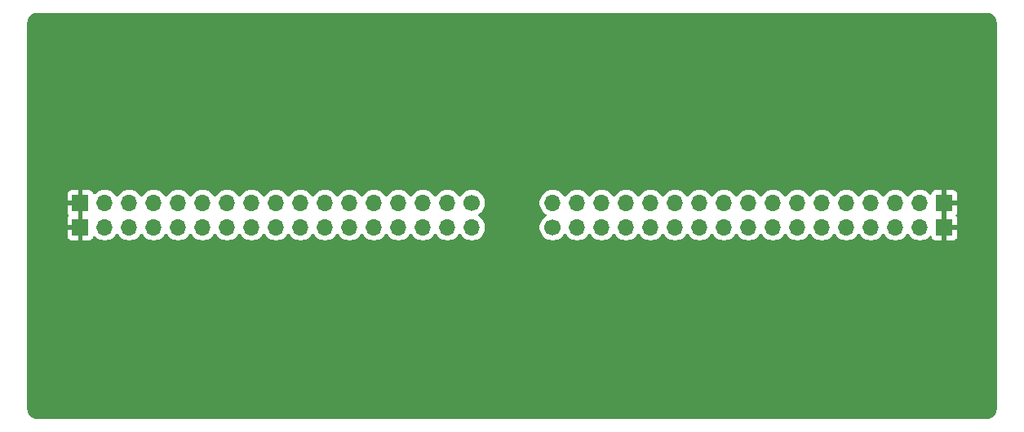
<source format=gbr>
%TF.GenerationSoftware,KiCad,Pcbnew,9.0.0*%
%TF.CreationDate,2025-03-14T15:21:30-04:00*%
%TF.ProjectId,LVDelay,4c564465-6c61-4792-9e6b-696361645f70,rev?*%
%TF.SameCoordinates,Original*%
%TF.FileFunction,Copper,L2,Inr*%
%TF.FilePolarity,Positive*%
%FSLAX46Y46*%
G04 Gerber Fmt 4.6, Leading zero omitted, Abs format (unit mm)*
G04 Created by KiCad (PCBNEW 9.0.0) date 2025-03-14 15:21:30*
%MOMM*%
%LPD*%
G01*
G04 APERTURE LIST*
%TA.AperFunction,ComponentPad*%
%ADD10C,1.700000*%
%TD*%
%TA.AperFunction,ComponentPad*%
%ADD11O,1.700000X1.700000*%
%TD*%
%TA.AperFunction,ComponentPad*%
%ADD12R,1.700000X1.700000*%
%TD*%
%TA.AperFunction,ViaPad*%
%ADD13C,0.600000*%
%TD*%
G04 APERTURE END LIST*
D10*
%TO.N,/Ch0+*%
%TO.C,J2*%
X105314830Y-73590655D03*
D11*
%TO.N,/Ch0-*%
X105314830Y-71050655D03*
%TO.N,/Ch1+*%
X107854830Y-73590655D03*
%TO.N,/Ch1-*%
X107854830Y-71050655D03*
%TO.N,/Ch2+*%
X110394830Y-73590655D03*
%TO.N,/Ch2-*%
X110394830Y-71050655D03*
%TO.N,/Ch3+*%
X112934830Y-73590655D03*
%TO.N,/Ch3-*%
X112934830Y-71050655D03*
%TO.N,/Ch4+*%
X115474830Y-73590655D03*
%TO.N,/Ch4-*%
X115474830Y-71050655D03*
%TO.N,/Ch5+*%
X118014830Y-73590655D03*
%TO.N,/Ch5-*%
X118014830Y-71050655D03*
%TO.N,/Ch6+*%
X120554830Y-73590655D03*
%TO.N,/Ch6-*%
X120554830Y-71050655D03*
%TO.N,/Ch7+*%
X123094830Y-73590655D03*
%TO.N,/Ch7-*%
X123094830Y-71050655D03*
%TO.N,/Ch8+*%
X125634830Y-73590655D03*
%TO.N,/Ch8-*%
X125634830Y-71050655D03*
%TO.N,/Ch9+*%
X128174830Y-73590655D03*
%TO.N,/Ch9-*%
X128174830Y-71050655D03*
%TO.N,/Ch10+*%
X130714830Y-73590655D03*
%TO.N,/Ch10-*%
X130714830Y-71050655D03*
%TO.N,/Ch11+*%
X133254830Y-73590655D03*
%TO.N,/Ch11-*%
X133254830Y-71050655D03*
%TO.N,/Ch12+*%
X135794830Y-73590655D03*
%TO.N,/Ch12-*%
X135794830Y-71050655D03*
%TO.N,/Ch13+*%
X138334830Y-73590655D03*
%TO.N,/Ch13-*%
X138334830Y-71050655D03*
%TO.N,/Ch14+*%
X140874830Y-73590655D03*
%TO.N,/Ch14-*%
X140874830Y-71050655D03*
%TO.N,/Ch15+*%
X143414830Y-73590655D03*
%TO.N,/Ch15-*%
X143414830Y-71050655D03*
D12*
%TO.N,GND*%
X145954830Y-73590655D03*
X145954830Y-71050655D03*
%TD*%
D10*
%TO.N,/Ch0+*%
%TO.C,J1*%
X96937830Y-71050655D03*
D11*
%TO.N,/Ch0-*%
X96937830Y-73590655D03*
%TO.N,/Ch1+*%
X94397830Y-71050655D03*
%TO.N,/Ch1-*%
X94397830Y-73590655D03*
%TO.N,/Ch2+*%
X91857830Y-71050655D03*
%TO.N,/Ch2-*%
X91857830Y-73590655D03*
%TO.N,/Ch3+*%
X89317830Y-71050655D03*
%TO.N,/Ch3-*%
X89317830Y-73590655D03*
%TO.N,/Ch4+*%
X86777830Y-71050655D03*
%TO.N,/Ch4-*%
X86777830Y-73590655D03*
%TO.N,/Ch5+*%
X84237830Y-71050655D03*
%TO.N,/Ch5-*%
X84237830Y-73590655D03*
%TO.N,/Ch6+*%
X81697830Y-71050655D03*
%TO.N,/Ch6-*%
X81697830Y-73590655D03*
%TO.N,/Ch7+*%
X79157830Y-71050655D03*
%TO.N,/Ch7-*%
X79157830Y-73590655D03*
%TO.N,/Ch8+*%
X76617830Y-71050655D03*
%TO.N,/Ch8-*%
X76617830Y-73590655D03*
%TO.N,/Ch9+*%
X74077830Y-71050655D03*
%TO.N,/Ch9-*%
X74077830Y-73590655D03*
%TO.N,/Ch10+*%
X71537830Y-71050655D03*
%TO.N,/Ch10-*%
X71537830Y-73590655D03*
%TO.N,/Ch11+*%
X68997830Y-71050655D03*
%TO.N,/Ch11-*%
X68997830Y-73590655D03*
%TO.N,/Ch12+*%
X66457830Y-71050655D03*
%TO.N,/Ch12-*%
X66457830Y-73590655D03*
%TO.N,/Ch13+*%
X63917830Y-71050655D03*
%TO.N,/Ch13-*%
X63917830Y-73590655D03*
%TO.N,/Ch14+*%
X61377830Y-71050655D03*
%TO.N,/Ch14-*%
X61377830Y-73590655D03*
%TO.N,/Ch15+*%
X58837830Y-71050655D03*
%TO.N,/Ch15-*%
X58837830Y-73590655D03*
D12*
%TO.N,GND*%
X56297830Y-71050655D03*
X56297830Y-73590655D03*
%TD*%
D13*
%TO.N,GND*%
X101346000Y-69850000D03*
X101092000Y-74168000D03*
X53340000Y-90170000D03*
X53848000Y-53340000D03*
X147320000Y-90424000D03*
X146812000Y-53594000D03*
%TD*%
%TA.AperFunction,Conductor*%
%TO.N,GND*%
G36*
X56547830Y-73157643D02*
G01*
X56490823Y-73124730D01*
X56363656Y-73090655D01*
X56232004Y-73090655D01*
X56104837Y-73124730D01*
X56047830Y-73157643D01*
X56047830Y-71483667D01*
X56104837Y-71516580D01*
X56232004Y-71550655D01*
X56363656Y-71550655D01*
X56490823Y-71516580D01*
X56547830Y-71483667D01*
X56547830Y-73157643D01*
G37*
%TD.AperFunction*%
%TA.AperFunction,Conductor*%
G36*
X146204830Y-73157643D02*
G01*
X146147823Y-73124730D01*
X146020656Y-73090655D01*
X145889004Y-73090655D01*
X145761837Y-73124730D01*
X145704830Y-73157643D01*
X145704830Y-71483667D01*
X145761837Y-71516580D01*
X145889004Y-71550655D01*
X146020656Y-71550655D01*
X146147823Y-71516580D01*
X146204830Y-71483667D01*
X146204830Y-73157643D01*
G37*
%TD.AperFunction*%
%TA.AperFunction,Conductor*%
G36*
X150373395Y-51300972D02*
G01*
X150534919Y-51315103D01*
X150556204Y-51318855D01*
X150707587Y-51359419D01*
X150727885Y-51366807D01*
X150847564Y-51422614D01*
X150869915Y-51433037D01*
X150888634Y-51443844D01*
X151017010Y-51533734D01*
X151033567Y-51547628D01*
X151144371Y-51658432D01*
X151158265Y-51674989D01*
X151248155Y-51803365D01*
X151258962Y-51822084D01*
X151325189Y-51964107D01*
X151332582Y-51984418D01*
X151373143Y-52135794D01*
X151376896Y-52157080D01*
X151391028Y-52318603D01*
X151391500Y-52329411D01*
X151391500Y-92450588D01*
X151391028Y-92461395D01*
X151391028Y-92461396D01*
X151376896Y-92622919D01*
X151373143Y-92644205D01*
X151332582Y-92795581D01*
X151325189Y-92815892D01*
X151258962Y-92957915D01*
X151248155Y-92976634D01*
X151158265Y-93105010D01*
X151144371Y-93121567D01*
X151033567Y-93232371D01*
X151017010Y-93246265D01*
X150888634Y-93336155D01*
X150869915Y-93346962D01*
X150727892Y-93413189D01*
X150707581Y-93420582D01*
X150556205Y-93461143D01*
X150534919Y-93464896D01*
X150389332Y-93477633D01*
X150373394Y-93479028D01*
X150362588Y-93479500D01*
X51821412Y-93479500D01*
X51810605Y-93479028D01*
X51792754Y-93477466D01*
X51649080Y-93464896D01*
X51627794Y-93461143D01*
X51476418Y-93420582D01*
X51456107Y-93413189D01*
X51314084Y-93346962D01*
X51295365Y-93336155D01*
X51166989Y-93246265D01*
X51150432Y-93232371D01*
X51039628Y-93121567D01*
X51025734Y-93105010D01*
X50935844Y-92976634D01*
X50925037Y-92957915D01*
X50914614Y-92935564D01*
X50858807Y-92815885D01*
X50851419Y-92795587D01*
X50810855Y-92644204D01*
X50807103Y-92622918D01*
X50792972Y-92461395D01*
X50792500Y-92450588D01*
X50792500Y-70152810D01*
X54947830Y-70152810D01*
X54947830Y-70800655D01*
X55864818Y-70800655D01*
X55831905Y-70857662D01*
X55797830Y-70984829D01*
X55797830Y-71116481D01*
X55831905Y-71243648D01*
X55864818Y-71300655D01*
X54947830Y-71300655D01*
X54947830Y-71948499D01*
X54954231Y-72008027D01*
X54954233Y-72008034D01*
X55004475Y-72142741D01*
X55004477Y-72142743D01*
X55082032Y-72246344D01*
X55106449Y-72311808D01*
X55091598Y-72380081D01*
X55082032Y-72394966D01*
X55004477Y-72498566D01*
X55004475Y-72498568D01*
X54954233Y-72633275D01*
X54954231Y-72633282D01*
X54947830Y-72692810D01*
X54947830Y-73340655D01*
X55864818Y-73340655D01*
X55831905Y-73397662D01*
X55797830Y-73524829D01*
X55797830Y-73656481D01*
X55831905Y-73783648D01*
X55864818Y-73840655D01*
X54947830Y-73840655D01*
X54947830Y-74488499D01*
X54954231Y-74548027D01*
X54954233Y-74548034D01*
X55004475Y-74682741D01*
X55004479Y-74682748D01*
X55090639Y-74797842D01*
X55090642Y-74797845D01*
X55205736Y-74884005D01*
X55205743Y-74884009D01*
X55340450Y-74934251D01*
X55340457Y-74934253D01*
X55399985Y-74940654D01*
X55400002Y-74940655D01*
X56047830Y-74940655D01*
X56047830Y-74023667D01*
X56104837Y-74056580D01*
X56232004Y-74090655D01*
X56363656Y-74090655D01*
X56490823Y-74056580D01*
X56547830Y-74023667D01*
X56547830Y-74940655D01*
X57195658Y-74940655D01*
X57195674Y-74940654D01*
X57255202Y-74934253D01*
X57255209Y-74934251D01*
X57389916Y-74884009D01*
X57389923Y-74884005D01*
X57505017Y-74797845D01*
X57505020Y-74797842D01*
X57591180Y-74682748D01*
X57591184Y-74682741D01*
X57640252Y-74551184D01*
X57682123Y-74495250D01*
X57747587Y-74470833D01*
X57815860Y-74485685D01*
X57844115Y-74506836D01*
X57958043Y-74620764D01*
X58130009Y-74745703D01*
X58130011Y-74745704D01*
X58130014Y-74745706D01*
X58319418Y-74842212D01*
X58521587Y-74907901D01*
X58731543Y-74941155D01*
X58731544Y-74941155D01*
X58944116Y-74941155D01*
X58944117Y-74941155D01*
X59154073Y-74907901D01*
X59356242Y-74842212D01*
X59545646Y-74745706D01*
X59632308Y-74682743D01*
X59717616Y-74620764D01*
X59717618Y-74620761D01*
X59717622Y-74620759D01*
X59867934Y-74470447D01*
X59867936Y-74470443D01*
X59867939Y-74470441D01*
X59992878Y-74298475D01*
X59992877Y-74298475D01*
X59992881Y-74298471D01*
X59997344Y-74289709D01*
X60045318Y-74238914D01*
X60113138Y-74222118D01*
X60179274Y-74244654D01*
X60218316Y-74289711D01*
X60222781Y-74298475D01*
X60347720Y-74470441D01*
X60498043Y-74620764D01*
X60670009Y-74745703D01*
X60670011Y-74745704D01*
X60670014Y-74745706D01*
X60859418Y-74842212D01*
X61061587Y-74907901D01*
X61271543Y-74941155D01*
X61271544Y-74941155D01*
X61484116Y-74941155D01*
X61484117Y-74941155D01*
X61694073Y-74907901D01*
X61896242Y-74842212D01*
X62085646Y-74745706D01*
X62172308Y-74682743D01*
X62257616Y-74620764D01*
X62257618Y-74620761D01*
X62257622Y-74620759D01*
X62407934Y-74470447D01*
X62407936Y-74470443D01*
X62407939Y-74470441D01*
X62532878Y-74298475D01*
X62532877Y-74298475D01*
X62532881Y-74298471D01*
X62537344Y-74289709D01*
X62585318Y-74238914D01*
X62653138Y-74222118D01*
X62719274Y-74244654D01*
X62758316Y-74289711D01*
X62762781Y-74298475D01*
X62887720Y-74470441D01*
X63038043Y-74620764D01*
X63210009Y-74745703D01*
X63210011Y-74745704D01*
X63210014Y-74745706D01*
X63399418Y-74842212D01*
X63601587Y-74907901D01*
X63811543Y-74941155D01*
X63811544Y-74941155D01*
X64024116Y-74941155D01*
X64024117Y-74941155D01*
X64234073Y-74907901D01*
X64436242Y-74842212D01*
X64625646Y-74745706D01*
X64712308Y-74682743D01*
X64797616Y-74620764D01*
X64797618Y-74620761D01*
X64797622Y-74620759D01*
X64947934Y-74470447D01*
X64947936Y-74470443D01*
X64947939Y-74470441D01*
X65072878Y-74298475D01*
X65072877Y-74298475D01*
X65072881Y-74298471D01*
X65077344Y-74289709D01*
X65125318Y-74238914D01*
X65193138Y-74222118D01*
X65259274Y-74244654D01*
X65298316Y-74289711D01*
X65302781Y-74298475D01*
X65427720Y-74470441D01*
X65578043Y-74620764D01*
X65750009Y-74745703D01*
X65750011Y-74745704D01*
X65750014Y-74745706D01*
X65939418Y-74842212D01*
X66141587Y-74907901D01*
X66351543Y-74941155D01*
X66351544Y-74941155D01*
X66564116Y-74941155D01*
X66564117Y-74941155D01*
X66774073Y-74907901D01*
X66976242Y-74842212D01*
X67165646Y-74745706D01*
X67252308Y-74682743D01*
X67337616Y-74620764D01*
X67337618Y-74620761D01*
X67337622Y-74620759D01*
X67487934Y-74470447D01*
X67487936Y-74470443D01*
X67487939Y-74470441D01*
X67612878Y-74298475D01*
X67612877Y-74298475D01*
X67612881Y-74298471D01*
X67617344Y-74289709D01*
X67665318Y-74238914D01*
X67733138Y-74222118D01*
X67799274Y-74244654D01*
X67838316Y-74289711D01*
X67842781Y-74298475D01*
X67967720Y-74470441D01*
X68118043Y-74620764D01*
X68290009Y-74745703D01*
X68290011Y-74745704D01*
X68290014Y-74745706D01*
X68479418Y-74842212D01*
X68681587Y-74907901D01*
X68891543Y-74941155D01*
X68891544Y-74941155D01*
X69104116Y-74941155D01*
X69104117Y-74941155D01*
X69314073Y-74907901D01*
X69516242Y-74842212D01*
X69705646Y-74745706D01*
X69792308Y-74682743D01*
X69877616Y-74620764D01*
X69877618Y-74620761D01*
X69877622Y-74620759D01*
X70027934Y-74470447D01*
X70027936Y-74470443D01*
X70027939Y-74470441D01*
X70152878Y-74298475D01*
X70152877Y-74298475D01*
X70152881Y-74298471D01*
X70157344Y-74289709D01*
X70205318Y-74238914D01*
X70273138Y-74222118D01*
X70339274Y-74244654D01*
X70378316Y-74289711D01*
X70382781Y-74298475D01*
X70507720Y-74470441D01*
X70658043Y-74620764D01*
X70830009Y-74745703D01*
X70830011Y-74745704D01*
X70830014Y-74745706D01*
X71019418Y-74842212D01*
X71221587Y-74907901D01*
X71431543Y-74941155D01*
X71431544Y-74941155D01*
X71644116Y-74941155D01*
X71644117Y-74941155D01*
X71854073Y-74907901D01*
X72056242Y-74842212D01*
X72245646Y-74745706D01*
X72332308Y-74682743D01*
X72417616Y-74620764D01*
X72417618Y-74620761D01*
X72417622Y-74620759D01*
X72567934Y-74470447D01*
X72567936Y-74470443D01*
X72567939Y-74470441D01*
X72692878Y-74298475D01*
X72692877Y-74298475D01*
X72692881Y-74298471D01*
X72697344Y-74289709D01*
X72745318Y-74238914D01*
X72813138Y-74222118D01*
X72879274Y-74244654D01*
X72918316Y-74289711D01*
X72922781Y-74298475D01*
X73047720Y-74470441D01*
X73198043Y-74620764D01*
X73370009Y-74745703D01*
X73370011Y-74745704D01*
X73370014Y-74745706D01*
X73559418Y-74842212D01*
X73761587Y-74907901D01*
X73971543Y-74941155D01*
X73971544Y-74941155D01*
X74184116Y-74941155D01*
X74184117Y-74941155D01*
X74394073Y-74907901D01*
X74596242Y-74842212D01*
X74785646Y-74745706D01*
X74872308Y-74682743D01*
X74957616Y-74620764D01*
X74957618Y-74620761D01*
X74957622Y-74620759D01*
X75107934Y-74470447D01*
X75107936Y-74470443D01*
X75107939Y-74470441D01*
X75232878Y-74298475D01*
X75232877Y-74298475D01*
X75232881Y-74298471D01*
X75237344Y-74289709D01*
X75285318Y-74238914D01*
X75353138Y-74222118D01*
X75419274Y-74244654D01*
X75458316Y-74289711D01*
X75462781Y-74298475D01*
X75587720Y-74470441D01*
X75738043Y-74620764D01*
X75910009Y-74745703D01*
X75910011Y-74745704D01*
X75910014Y-74745706D01*
X76099418Y-74842212D01*
X76301587Y-74907901D01*
X76511543Y-74941155D01*
X76511544Y-74941155D01*
X76724116Y-74941155D01*
X76724117Y-74941155D01*
X76934073Y-74907901D01*
X77136242Y-74842212D01*
X77325646Y-74745706D01*
X77412308Y-74682743D01*
X77497616Y-74620764D01*
X77497618Y-74620761D01*
X77497622Y-74620759D01*
X77647934Y-74470447D01*
X77647936Y-74470443D01*
X77647939Y-74470441D01*
X77772878Y-74298475D01*
X77772877Y-74298475D01*
X77772881Y-74298471D01*
X77777344Y-74289709D01*
X77825318Y-74238914D01*
X77893138Y-74222118D01*
X77959274Y-74244654D01*
X77998316Y-74289711D01*
X78002781Y-74298475D01*
X78127720Y-74470441D01*
X78278043Y-74620764D01*
X78450009Y-74745703D01*
X78450011Y-74745704D01*
X78450014Y-74745706D01*
X78639418Y-74842212D01*
X78841587Y-74907901D01*
X79051543Y-74941155D01*
X79051544Y-74941155D01*
X79264116Y-74941155D01*
X79264117Y-74941155D01*
X79474073Y-74907901D01*
X79676242Y-74842212D01*
X79865646Y-74745706D01*
X79952308Y-74682743D01*
X80037616Y-74620764D01*
X80037618Y-74620761D01*
X80037622Y-74620759D01*
X80187934Y-74470447D01*
X80187936Y-74470443D01*
X80187939Y-74470441D01*
X80312878Y-74298475D01*
X80312877Y-74298475D01*
X80312881Y-74298471D01*
X80317344Y-74289709D01*
X80365318Y-74238914D01*
X80433138Y-74222118D01*
X80499274Y-74244654D01*
X80538316Y-74289711D01*
X80542781Y-74298475D01*
X80667720Y-74470441D01*
X80818043Y-74620764D01*
X80990009Y-74745703D01*
X80990011Y-74745704D01*
X80990014Y-74745706D01*
X81179418Y-74842212D01*
X81381587Y-74907901D01*
X81591543Y-74941155D01*
X81591544Y-74941155D01*
X81804116Y-74941155D01*
X81804117Y-74941155D01*
X82014073Y-74907901D01*
X82216242Y-74842212D01*
X82405646Y-74745706D01*
X82492308Y-74682743D01*
X82577616Y-74620764D01*
X82577618Y-74620761D01*
X82577622Y-74620759D01*
X82727934Y-74470447D01*
X82727936Y-74470443D01*
X82727939Y-74470441D01*
X82852878Y-74298475D01*
X82852877Y-74298475D01*
X82852881Y-74298471D01*
X82857344Y-74289709D01*
X82905318Y-74238914D01*
X82973138Y-74222118D01*
X83039274Y-74244654D01*
X83078316Y-74289711D01*
X83082781Y-74298475D01*
X83207720Y-74470441D01*
X83358043Y-74620764D01*
X83530009Y-74745703D01*
X83530011Y-74745704D01*
X83530014Y-74745706D01*
X83719418Y-74842212D01*
X83921587Y-74907901D01*
X84131543Y-74941155D01*
X84131544Y-74941155D01*
X84344116Y-74941155D01*
X84344117Y-74941155D01*
X84554073Y-74907901D01*
X84756242Y-74842212D01*
X84945646Y-74745706D01*
X85032308Y-74682743D01*
X85117616Y-74620764D01*
X85117618Y-74620761D01*
X85117622Y-74620759D01*
X85267934Y-74470447D01*
X85267936Y-74470443D01*
X85267939Y-74470441D01*
X85392878Y-74298475D01*
X85392877Y-74298475D01*
X85392881Y-74298471D01*
X85397344Y-74289709D01*
X85445318Y-74238914D01*
X85513138Y-74222118D01*
X85579274Y-74244654D01*
X85618316Y-74289711D01*
X85622781Y-74298475D01*
X85747720Y-74470441D01*
X85898043Y-74620764D01*
X86070009Y-74745703D01*
X86070011Y-74745704D01*
X86070014Y-74745706D01*
X86259418Y-74842212D01*
X86461587Y-74907901D01*
X86671543Y-74941155D01*
X86671544Y-74941155D01*
X86884116Y-74941155D01*
X86884117Y-74941155D01*
X87094073Y-74907901D01*
X87296242Y-74842212D01*
X87485646Y-74745706D01*
X87572308Y-74682743D01*
X87657616Y-74620764D01*
X87657618Y-74620761D01*
X87657622Y-74620759D01*
X87807934Y-74470447D01*
X87807936Y-74470443D01*
X87807939Y-74470441D01*
X87932878Y-74298475D01*
X87932877Y-74298475D01*
X87932881Y-74298471D01*
X87937344Y-74289709D01*
X87985318Y-74238914D01*
X88053138Y-74222118D01*
X88119274Y-74244654D01*
X88158316Y-74289711D01*
X88162781Y-74298475D01*
X88287720Y-74470441D01*
X88438043Y-74620764D01*
X88610009Y-74745703D01*
X88610011Y-74745704D01*
X88610014Y-74745706D01*
X88799418Y-74842212D01*
X89001587Y-74907901D01*
X89211543Y-74941155D01*
X89211544Y-74941155D01*
X89424116Y-74941155D01*
X89424117Y-74941155D01*
X89634073Y-74907901D01*
X89836242Y-74842212D01*
X90025646Y-74745706D01*
X90112308Y-74682743D01*
X90197616Y-74620764D01*
X90197618Y-74620761D01*
X90197622Y-74620759D01*
X90347934Y-74470447D01*
X90347936Y-74470443D01*
X90347939Y-74470441D01*
X90472878Y-74298475D01*
X90472877Y-74298475D01*
X90472881Y-74298471D01*
X90477344Y-74289709D01*
X90525318Y-74238914D01*
X90593138Y-74222118D01*
X90659274Y-74244654D01*
X90698316Y-74289711D01*
X90702781Y-74298475D01*
X90827720Y-74470441D01*
X90978043Y-74620764D01*
X91150009Y-74745703D01*
X91150011Y-74745704D01*
X91150014Y-74745706D01*
X91339418Y-74842212D01*
X91541587Y-74907901D01*
X91751543Y-74941155D01*
X91751544Y-74941155D01*
X91964116Y-74941155D01*
X91964117Y-74941155D01*
X92174073Y-74907901D01*
X92376242Y-74842212D01*
X92565646Y-74745706D01*
X92652308Y-74682743D01*
X92737616Y-74620764D01*
X92737618Y-74620761D01*
X92737622Y-74620759D01*
X92887934Y-74470447D01*
X92887936Y-74470443D01*
X92887939Y-74470441D01*
X93012878Y-74298475D01*
X93012877Y-74298475D01*
X93012881Y-74298471D01*
X93017344Y-74289709D01*
X93065318Y-74238914D01*
X93133138Y-74222118D01*
X93199274Y-74244654D01*
X93238316Y-74289711D01*
X93242781Y-74298475D01*
X93367720Y-74470441D01*
X93518043Y-74620764D01*
X93690009Y-74745703D01*
X93690011Y-74745704D01*
X93690014Y-74745706D01*
X93879418Y-74842212D01*
X94081587Y-74907901D01*
X94291543Y-74941155D01*
X94291544Y-74941155D01*
X94504116Y-74941155D01*
X94504117Y-74941155D01*
X94714073Y-74907901D01*
X94916242Y-74842212D01*
X95105646Y-74745706D01*
X95192308Y-74682743D01*
X95277616Y-74620764D01*
X95277618Y-74620761D01*
X95277622Y-74620759D01*
X95427934Y-74470447D01*
X95427936Y-74470443D01*
X95427939Y-74470441D01*
X95552878Y-74298475D01*
X95552877Y-74298475D01*
X95552881Y-74298471D01*
X95557344Y-74289709D01*
X95605318Y-74238914D01*
X95673138Y-74222118D01*
X95739274Y-74244654D01*
X95778316Y-74289711D01*
X95782781Y-74298475D01*
X95907720Y-74470441D01*
X96058043Y-74620764D01*
X96230009Y-74745703D01*
X96230011Y-74745704D01*
X96230014Y-74745706D01*
X96419418Y-74842212D01*
X96621587Y-74907901D01*
X96831543Y-74941155D01*
X96831544Y-74941155D01*
X97044116Y-74941155D01*
X97044117Y-74941155D01*
X97254073Y-74907901D01*
X97456242Y-74842212D01*
X97645646Y-74745706D01*
X97732308Y-74682743D01*
X97817616Y-74620764D01*
X97817618Y-74620761D01*
X97817622Y-74620759D01*
X97967934Y-74470447D01*
X97967936Y-74470443D01*
X97967939Y-74470441D01*
X98092878Y-74298475D01*
X98092877Y-74298475D01*
X98092881Y-74298471D01*
X98189387Y-74109067D01*
X98255076Y-73906898D01*
X98288330Y-73696942D01*
X98288330Y-73484368D01*
X98255076Y-73274412D01*
X98189387Y-73072243D01*
X98092881Y-72882839D01*
X98092879Y-72882836D01*
X98092878Y-72882834D01*
X97967939Y-72710868D01*
X97817616Y-72560545D01*
X97645650Y-72435606D01*
X97644945Y-72435246D01*
X97636884Y-72431140D01*
X97586089Y-72383167D01*
X97569293Y-72315347D01*
X97591829Y-72249211D01*
X97636884Y-72210170D01*
X97645646Y-72205706D01*
X97667619Y-72189741D01*
X97817616Y-72080764D01*
X97817618Y-72080761D01*
X97817622Y-72080759D01*
X97967934Y-71930447D01*
X97967936Y-71930443D01*
X97967939Y-71930441D01*
X98092878Y-71758475D01*
X98092877Y-71758475D01*
X98092881Y-71758471D01*
X98189387Y-71569067D01*
X98255076Y-71366898D01*
X98288330Y-71156942D01*
X98288330Y-70944368D01*
X103964330Y-70944368D01*
X103964330Y-71156941D01*
X103997583Y-71366894D01*
X104063274Y-71569069D01*
X104159781Y-71758475D01*
X104284720Y-71930441D01*
X104435043Y-72080764D01*
X104607012Y-72205705D01*
X104615776Y-72210171D01*
X104666572Y-72258146D01*
X104683366Y-72325967D01*
X104660828Y-72392102D01*
X104615776Y-72431139D01*
X104607012Y-72435604D01*
X104435043Y-72560545D01*
X104284720Y-72710868D01*
X104159781Y-72882834D01*
X104063274Y-73072240D01*
X103997583Y-73274415D01*
X103964330Y-73484368D01*
X103964330Y-73696941D01*
X103997583Y-73906894D01*
X104063274Y-74109069D01*
X104159781Y-74298475D01*
X104284720Y-74470441D01*
X104435043Y-74620764D01*
X104607009Y-74745703D01*
X104607011Y-74745704D01*
X104607014Y-74745706D01*
X104796418Y-74842212D01*
X104998587Y-74907901D01*
X105208543Y-74941155D01*
X105208544Y-74941155D01*
X105421116Y-74941155D01*
X105421117Y-74941155D01*
X105631073Y-74907901D01*
X105833242Y-74842212D01*
X106022646Y-74745706D01*
X106109308Y-74682743D01*
X106194616Y-74620764D01*
X106194618Y-74620761D01*
X106194622Y-74620759D01*
X106344934Y-74470447D01*
X106344936Y-74470443D01*
X106344939Y-74470441D01*
X106469878Y-74298475D01*
X106469877Y-74298475D01*
X106469881Y-74298471D01*
X106474344Y-74289709D01*
X106522318Y-74238914D01*
X106590138Y-74222118D01*
X106656274Y-74244654D01*
X106695316Y-74289711D01*
X106699781Y-74298475D01*
X106824720Y-74470441D01*
X106975043Y-74620764D01*
X107147009Y-74745703D01*
X107147011Y-74745704D01*
X107147014Y-74745706D01*
X107336418Y-74842212D01*
X107538587Y-74907901D01*
X107748543Y-74941155D01*
X107748544Y-74941155D01*
X107961116Y-74941155D01*
X107961117Y-74941155D01*
X108171073Y-74907901D01*
X108373242Y-74842212D01*
X108562646Y-74745706D01*
X108649308Y-74682743D01*
X108734616Y-74620764D01*
X108734618Y-74620761D01*
X108734622Y-74620759D01*
X108884934Y-74470447D01*
X108884936Y-74470443D01*
X108884939Y-74470441D01*
X109009878Y-74298475D01*
X109009877Y-74298475D01*
X109009881Y-74298471D01*
X109014344Y-74289709D01*
X109062318Y-74238914D01*
X109130138Y-74222118D01*
X109196274Y-74244654D01*
X109235316Y-74289711D01*
X109239781Y-74298475D01*
X109364720Y-74470441D01*
X109515043Y-74620764D01*
X109687009Y-74745703D01*
X109687011Y-74745704D01*
X109687014Y-74745706D01*
X109876418Y-74842212D01*
X110078587Y-74907901D01*
X110288543Y-74941155D01*
X110288544Y-74941155D01*
X110501116Y-74941155D01*
X110501117Y-74941155D01*
X110711073Y-74907901D01*
X110913242Y-74842212D01*
X111102646Y-74745706D01*
X111189308Y-74682743D01*
X111274616Y-74620764D01*
X111274618Y-74620761D01*
X111274622Y-74620759D01*
X111424934Y-74470447D01*
X111424936Y-74470443D01*
X111424939Y-74470441D01*
X111549878Y-74298475D01*
X111549877Y-74298475D01*
X111549881Y-74298471D01*
X111554344Y-74289709D01*
X111602318Y-74238914D01*
X111670138Y-74222118D01*
X111736274Y-74244654D01*
X111775316Y-74289711D01*
X111779781Y-74298475D01*
X111904720Y-74470441D01*
X112055043Y-74620764D01*
X112227009Y-74745703D01*
X112227011Y-74745704D01*
X112227014Y-74745706D01*
X112416418Y-74842212D01*
X112618587Y-74907901D01*
X112828543Y-74941155D01*
X112828544Y-74941155D01*
X113041116Y-74941155D01*
X113041117Y-74941155D01*
X113251073Y-74907901D01*
X113453242Y-74842212D01*
X113642646Y-74745706D01*
X113729308Y-74682743D01*
X113814616Y-74620764D01*
X113814618Y-74620761D01*
X113814622Y-74620759D01*
X113964934Y-74470447D01*
X113964936Y-74470443D01*
X113964939Y-74470441D01*
X114089878Y-74298475D01*
X114089877Y-74298475D01*
X114089881Y-74298471D01*
X114094344Y-74289709D01*
X114142318Y-74238914D01*
X114210138Y-74222118D01*
X114276274Y-74244654D01*
X114315316Y-74289711D01*
X114319781Y-74298475D01*
X114444720Y-74470441D01*
X114595043Y-74620764D01*
X114767009Y-74745703D01*
X114767011Y-74745704D01*
X114767014Y-74745706D01*
X114956418Y-74842212D01*
X115158587Y-74907901D01*
X115368543Y-74941155D01*
X115368544Y-74941155D01*
X115581116Y-74941155D01*
X115581117Y-74941155D01*
X115791073Y-74907901D01*
X115993242Y-74842212D01*
X116182646Y-74745706D01*
X116269308Y-74682743D01*
X116354616Y-74620764D01*
X116354618Y-74620761D01*
X116354622Y-74620759D01*
X116504934Y-74470447D01*
X116504936Y-74470443D01*
X116504939Y-74470441D01*
X116629878Y-74298475D01*
X116629877Y-74298475D01*
X116629881Y-74298471D01*
X116634344Y-74289709D01*
X116682318Y-74238914D01*
X116750138Y-74222118D01*
X116816274Y-74244654D01*
X116855316Y-74289711D01*
X116859781Y-74298475D01*
X116984720Y-74470441D01*
X117135043Y-74620764D01*
X117307009Y-74745703D01*
X117307011Y-74745704D01*
X117307014Y-74745706D01*
X117496418Y-74842212D01*
X117698587Y-74907901D01*
X117908543Y-74941155D01*
X117908544Y-74941155D01*
X118121116Y-74941155D01*
X118121117Y-74941155D01*
X118331073Y-74907901D01*
X118533242Y-74842212D01*
X118722646Y-74745706D01*
X118809308Y-74682743D01*
X118894616Y-74620764D01*
X118894618Y-74620761D01*
X118894622Y-74620759D01*
X119044934Y-74470447D01*
X119044936Y-74470443D01*
X119044939Y-74470441D01*
X119169878Y-74298475D01*
X119169877Y-74298475D01*
X119169881Y-74298471D01*
X119174344Y-74289709D01*
X119222318Y-74238914D01*
X119290138Y-74222118D01*
X119356274Y-74244654D01*
X119395316Y-74289711D01*
X119399781Y-74298475D01*
X119524720Y-74470441D01*
X119675043Y-74620764D01*
X119847009Y-74745703D01*
X119847011Y-74745704D01*
X119847014Y-74745706D01*
X120036418Y-74842212D01*
X120238587Y-74907901D01*
X120448543Y-74941155D01*
X120448544Y-74941155D01*
X120661116Y-74941155D01*
X120661117Y-74941155D01*
X120871073Y-74907901D01*
X121073242Y-74842212D01*
X121262646Y-74745706D01*
X121349308Y-74682743D01*
X121434616Y-74620764D01*
X121434618Y-74620761D01*
X121434622Y-74620759D01*
X121584934Y-74470447D01*
X121584936Y-74470443D01*
X121584939Y-74470441D01*
X121709878Y-74298475D01*
X121709877Y-74298475D01*
X121709881Y-74298471D01*
X121714344Y-74289709D01*
X121762318Y-74238914D01*
X121830138Y-74222118D01*
X121896274Y-74244654D01*
X121935316Y-74289711D01*
X121939781Y-74298475D01*
X122064720Y-74470441D01*
X122215043Y-74620764D01*
X122387009Y-74745703D01*
X122387011Y-74745704D01*
X122387014Y-74745706D01*
X122576418Y-74842212D01*
X122778587Y-74907901D01*
X122988543Y-74941155D01*
X122988544Y-74941155D01*
X123201116Y-74941155D01*
X123201117Y-74941155D01*
X123411073Y-74907901D01*
X123613242Y-74842212D01*
X123802646Y-74745706D01*
X123889308Y-74682743D01*
X123974616Y-74620764D01*
X123974618Y-74620761D01*
X123974622Y-74620759D01*
X124124934Y-74470447D01*
X124124936Y-74470443D01*
X124124939Y-74470441D01*
X124249878Y-74298475D01*
X124249877Y-74298475D01*
X124249881Y-74298471D01*
X124254344Y-74289709D01*
X124302318Y-74238914D01*
X124370138Y-74222118D01*
X124436274Y-74244654D01*
X124475316Y-74289711D01*
X124479781Y-74298475D01*
X124604720Y-74470441D01*
X124755043Y-74620764D01*
X124927009Y-74745703D01*
X124927011Y-74745704D01*
X124927014Y-74745706D01*
X125116418Y-74842212D01*
X125318587Y-74907901D01*
X125528543Y-74941155D01*
X125528544Y-74941155D01*
X125741116Y-74941155D01*
X125741117Y-74941155D01*
X125951073Y-74907901D01*
X126153242Y-74842212D01*
X126342646Y-74745706D01*
X126429308Y-74682743D01*
X126514616Y-74620764D01*
X126514618Y-74620761D01*
X126514622Y-74620759D01*
X126664934Y-74470447D01*
X126664936Y-74470443D01*
X126664939Y-74470441D01*
X126789878Y-74298475D01*
X126789877Y-74298475D01*
X126789881Y-74298471D01*
X126794344Y-74289709D01*
X126842318Y-74238914D01*
X126910138Y-74222118D01*
X126976274Y-74244654D01*
X127015316Y-74289711D01*
X127019781Y-74298475D01*
X127144720Y-74470441D01*
X127295043Y-74620764D01*
X127467009Y-74745703D01*
X127467011Y-74745704D01*
X127467014Y-74745706D01*
X127656418Y-74842212D01*
X127858587Y-74907901D01*
X128068543Y-74941155D01*
X128068544Y-74941155D01*
X128281116Y-74941155D01*
X128281117Y-74941155D01*
X128491073Y-74907901D01*
X128693242Y-74842212D01*
X128882646Y-74745706D01*
X128969308Y-74682743D01*
X129054616Y-74620764D01*
X129054618Y-74620761D01*
X129054622Y-74620759D01*
X129204934Y-74470447D01*
X129204936Y-74470443D01*
X129204939Y-74470441D01*
X129329878Y-74298475D01*
X129329877Y-74298475D01*
X129329881Y-74298471D01*
X129334344Y-74289709D01*
X129382318Y-74238914D01*
X129450138Y-74222118D01*
X129516274Y-74244654D01*
X129555316Y-74289711D01*
X129559781Y-74298475D01*
X129684720Y-74470441D01*
X129835043Y-74620764D01*
X130007009Y-74745703D01*
X130007011Y-74745704D01*
X130007014Y-74745706D01*
X130196418Y-74842212D01*
X130398587Y-74907901D01*
X130608543Y-74941155D01*
X130608544Y-74941155D01*
X130821116Y-74941155D01*
X130821117Y-74941155D01*
X131031073Y-74907901D01*
X131233242Y-74842212D01*
X131422646Y-74745706D01*
X131509308Y-74682743D01*
X131594616Y-74620764D01*
X131594618Y-74620761D01*
X131594622Y-74620759D01*
X131744934Y-74470447D01*
X131744936Y-74470443D01*
X131744939Y-74470441D01*
X131869878Y-74298475D01*
X131869877Y-74298475D01*
X131869881Y-74298471D01*
X131874344Y-74289709D01*
X131922318Y-74238914D01*
X131990138Y-74222118D01*
X132056274Y-74244654D01*
X132095316Y-74289711D01*
X132099781Y-74298475D01*
X132224720Y-74470441D01*
X132375043Y-74620764D01*
X132547009Y-74745703D01*
X132547011Y-74745704D01*
X132547014Y-74745706D01*
X132736418Y-74842212D01*
X132938587Y-74907901D01*
X133148543Y-74941155D01*
X133148544Y-74941155D01*
X133361116Y-74941155D01*
X133361117Y-74941155D01*
X133571073Y-74907901D01*
X133773242Y-74842212D01*
X133962646Y-74745706D01*
X134049308Y-74682743D01*
X134134616Y-74620764D01*
X134134618Y-74620761D01*
X134134622Y-74620759D01*
X134284934Y-74470447D01*
X134284936Y-74470443D01*
X134284939Y-74470441D01*
X134409878Y-74298475D01*
X134409877Y-74298475D01*
X134409881Y-74298471D01*
X134414344Y-74289709D01*
X134462318Y-74238914D01*
X134530138Y-74222118D01*
X134596274Y-74244654D01*
X134635316Y-74289711D01*
X134639781Y-74298475D01*
X134764720Y-74470441D01*
X134915043Y-74620764D01*
X135087009Y-74745703D01*
X135087011Y-74745704D01*
X135087014Y-74745706D01*
X135276418Y-74842212D01*
X135478587Y-74907901D01*
X135688543Y-74941155D01*
X135688544Y-74941155D01*
X135901116Y-74941155D01*
X135901117Y-74941155D01*
X136111073Y-74907901D01*
X136313242Y-74842212D01*
X136502646Y-74745706D01*
X136589308Y-74682743D01*
X136674616Y-74620764D01*
X136674618Y-74620761D01*
X136674622Y-74620759D01*
X136824934Y-74470447D01*
X136824936Y-74470443D01*
X136824939Y-74470441D01*
X136949878Y-74298475D01*
X136949877Y-74298475D01*
X136949881Y-74298471D01*
X136954344Y-74289709D01*
X137002318Y-74238914D01*
X137070138Y-74222118D01*
X137136274Y-74244654D01*
X137175316Y-74289711D01*
X137179781Y-74298475D01*
X137304720Y-74470441D01*
X137455043Y-74620764D01*
X137627009Y-74745703D01*
X137627011Y-74745704D01*
X137627014Y-74745706D01*
X137816418Y-74842212D01*
X138018587Y-74907901D01*
X138228543Y-74941155D01*
X138228544Y-74941155D01*
X138441116Y-74941155D01*
X138441117Y-74941155D01*
X138651073Y-74907901D01*
X138853242Y-74842212D01*
X139042646Y-74745706D01*
X139129308Y-74682743D01*
X139214616Y-74620764D01*
X139214618Y-74620761D01*
X139214622Y-74620759D01*
X139364934Y-74470447D01*
X139364936Y-74470443D01*
X139364939Y-74470441D01*
X139489878Y-74298475D01*
X139489877Y-74298475D01*
X139489881Y-74298471D01*
X139494344Y-74289709D01*
X139542318Y-74238914D01*
X139610138Y-74222118D01*
X139676274Y-74244654D01*
X139715316Y-74289711D01*
X139719781Y-74298475D01*
X139844720Y-74470441D01*
X139995043Y-74620764D01*
X140167009Y-74745703D01*
X140167011Y-74745704D01*
X140167014Y-74745706D01*
X140356418Y-74842212D01*
X140558587Y-74907901D01*
X140768543Y-74941155D01*
X140768544Y-74941155D01*
X140981116Y-74941155D01*
X140981117Y-74941155D01*
X141191073Y-74907901D01*
X141393242Y-74842212D01*
X141582646Y-74745706D01*
X141669308Y-74682743D01*
X141754616Y-74620764D01*
X141754618Y-74620761D01*
X141754622Y-74620759D01*
X141904934Y-74470447D01*
X141904936Y-74470443D01*
X141904939Y-74470441D01*
X142029878Y-74298475D01*
X142029877Y-74298475D01*
X142029881Y-74298471D01*
X142034344Y-74289709D01*
X142082318Y-74238914D01*
X142150138Y-74222118D01*
X142216274Y-74244654D01*
X142255316Y-74289711D01*
X142259781Y-74298475D01*
X142384720Y-74470441D01*
X142535043Y-74620764D01*
X142707009Y-74745703D01*
X142707011Y-74745704D01*
X142707014Y-74745706D01*
X142896418Y-74842212D01*
X143098587Y-74907901D01*
X143308543Y-74941155D01*
X143308544Y-74941155D01*
X143521116Y-74941155D01*
X143521117Y-74941155D01*
X143731073Y-74907901D01*
X143933242Y-74842212D01*
X144122646Y-74745706D01*
X144209308Y-74682743D01*
X144294614Y-74620765D01*
X144294614Y-74620764D01*
X144294622Y-74620759D01*
X144408547Y-74506833D01*
X144469866Y-74473351D01*
X144539558Y-74478335D01*
X144595492Y-74520206D01*
X144612407Y-74551183D01*
X144661476Y-74682743D01*
X144661479Y-74682748D01*
X144747639Y-74797842D01*
X144747642Y-74797845D01*
X144862736Y-74884005D01*
X144862743Y-74884009D01*
X144997450Y-74934251D01*
X144997457Y-74934253D01*
X145056985Y-74940654D01*
X145057002Y-74940655D01*
X145704830Y-74940655D01*
X145704830Y-74023667D01*
X145761837Y-74056580D01*
X145889004Y-74090655D01*
X146020656Y-74090655D01*
X146147823Y-74056580D01*
X146204830Y-74023667D01*
X146204830Y-74940655D01*
X146852658Y-74940655D01*
X146852674Y-74940654D01*
X146912202Y-74934253D01*
X146912209Y-74934251D01*
X147046916Y-74884009D01*
X147046923Y-74884005D01*
X147162017Y-74797845D01*
X147162020Y-74797842D01*
X147248180Y-74682748D01*
X147248184Y-74682741D01*
X147298426Y-74548034D01*
X147298428Y-74548027D01*
X147304829Y-74488499D01*
X147304830Y-74488482D01*
X147304830Y-73840655D01*
X146387842Y-73840655D01*
X146420755Y-73783648D01*
X146454830Y-73656481D01*
X146454830Y-73524829D01*
X146420755Y-73397662D01*
X146387842Y-73340655D01*
X147304830Y-73340655D01*
X147304830Y-72692827D01*
X147304829Y-72692810D01*
X147298428Y-72633282D01*
X147298426Y-72633275D01*
X147248184Y-72498568D01*
X147248182Y-72498565D01*
X147170628Y-72394967D01*
X147146210Y-72329503D01*
X147161061Y-72261229D01*
X147170628Y-72246343D01*
X147248182Y-72142744D01*
X147248184Y-72142741D01*
X147298426Y-72008034D01*
X147298428Y-72008027D01*
X147304829Y-71948499D01*
X147304830Y-71948482D01*
X147304830Y-71300655D01*
X146387842Y-71300655D01*
X146420755Y-71243648D01*
X146454830Y-71116481D01*
X146454830Y-70984829D01*
X146420755Y-70857662D01*
X146387842Y-70800655D01*
X147304830Y-70800655D01*
X147304830Y-70152827D01*
X147304829Y-70152810D01*
X147298428Y-70093282D01*
X147298426Y-70093275D01*
X147248184Y-69958568D01*
X147248180Y-69958561D01*
X147162020Y-69843467D01*
X147162017Y-69843464D01*
X147046923Y-69757304D01*
X147046916Y-69757300D01*
X146912209Y-69707058D01*
X146912202Y-69707056D01*
X146852674Y-69700655D01*
X146204830Y-69700655D01*
X146204830Y-70617643D01*
X146147823Y-70584730D01*
X146020656Y-70550655D01*
X145889004Y-70550655D01*
X145761837Y-70584730D01*
X145704830Y-70617643D01*
X145704830Y-69700655D01*
X145056985Y-69700655D01*
X144997457Y-69707056D01*
X144997450Y-69707058D01*
X144862743Y-69757300D01*
X144862736Y-69757304D01*
X144747642Y-69843464D01*
X144747639Y-69843467D01*
X144661479Y-69958561D01*
X144661476Y-69958567D01*
X144612407Y-70090126D01*
X144570535Y-70146059D01*
X144505071Y-70170476D01*
X144436798Y-70155624D01*
X144408544Y-70134473D01*
X144294616Y-70020545D01*
X144122650Y-69895606D01*
X143933244Y-69799099D01*
X143933243Y-69799098D01*
X143933242Y-69799098D01*
X143731073Y-69733409D01*
X143731071Y-69733408D01*
X143731070Y-69733408D01*
X143569787Y-69707863D01*
X143521117Y-69700155D01*
X143308543Y-69700155D01*
X143259872Y-69707863D01*
X143098590Y-69733408D01*
X142896415Y-69799099D01*
X142707009Y-69895606D01*
X142535043Y-70020545D01*
X142384720Y-70170868D01*
X142259779Y-70342837D01*
X142255314Y-70351601D01*
X142207339Y-70402397D01*
X142139518Y-70419191D01*
X142073383Y-70396653D01*
X142034346Y-70351601D01*
X142029880Y-70342837D01*
X141904939Y-70170868D01*
X141754616Y-70020545D01*
X141582650Y-69895606D01*
X141393244Y-69799099D01*
X141393243Y-69799098D01*
X141393242Y-69799098D01*
X141191073Y-69733409D01*
X141191071Y-69733408D01*
X141191070Y-69733408D01*
X141029787Y-69707863D01*
X140981117Y-69700155D01*
X140768543Y-69700155D01*
X140719872Y-69707863D01*
X140558590Y-69733408D01*
X140356415Y-69799099D01*
X140167009Y-69895606D01*
X139995043Y-70020545D01*
X139844720Y-70170868D01*
X139719779Y-70342837D01*
X139715314Y-70351601D01*
X139667339Y-70402397D01*
X139599518Y-70419191D01*
X139533383Y-70396653D01*
X139494346Y-70351601D01*
X139489880Y-70342837D01*
X139364939Y-70170868D01*
X139214616Y-70020545D01*
X139042650Y-69895606D01*
X138853244Y-69799099D01*
X138853243Y-69799098D01*
X138853242Y-69799098D01*
X138651073Y-69733409D01*
X138651071Y-69733408D01*
X138651070Y-69733408D01*
X138489787Y-69707863D01*
X138441117Y-69700155D01*
X138228543Y-69700155D01*
X138179872Y-69707863D01*
X138018590Y-69733408D01*
X137816415Y-69799099D01*
X137627009Y-69895606D01*
X137455043Y-70020545D01*
X137304720Y-70170868D01*
X137179779Y-70342837D01*
X137175314Y-70351601D01*
X137127339Y-70402397D01*
X137059518Y-70419191D01*
X136993383Y-70396653D01*
X136954346Y-70351601D01*
X136949880Y-70342837D01*
X136824939Y-70170868D01*
X136674616Y-70020545D01*
X136502650Y-69895606D01*
X136313244Y-69799099D01*
X136313243Y-69799098D01*
X136313242Y-69799098D01*
X136111073Y-69733409D01*
X136111071Y-69733408D01*
X136111070Y-69733408D01*
X135949787Y-69707863D01*
X135901117Y-69700155D01*
X135688543Y-69700155D01*
X135639872Y-69707863D01*
X135478590Y-69733408D01*
X135276415Y-69799099D01*
X135087009Y-69895606D01*
X134915043Y-70020545D01*
X134764720Y-70170868D01*
X134639779Y-70342837D01*
X134635314Y-70351601D01*
X134587339Y-70402397D01*
X134519518Y-70419191D01*
X134453383Y-70396653D01*
X134414346Y-70351601D01*
X134409880Y-70342837D01*
X134284939Y-70170868D01*
X134134616Y-70020545D01*
X133962650Y-69895606D01*
X133773244Y-69799099D01*
X133773243Y-69799098D01*
X133773242Y-69799098D01*
X133571073Y-69733409D01*
X133571071Y-69733408D01*
X133571070Y-69733408D01*
X133409787Y-69707863D01*
X133361117Y-69700155D01*
X133148543Y-69700155D01*
X133099872Y-69707863D01*
X132938590Y-69733408D01*
X132736415Y-69799099D01*
X132547009Y-69895606D01*
X132375043Y-70020545D01*
X132224720Y-70170868D01*
X132099779Y-70342837D01*
X132095314Y-70351601D01*
X132047339Y-70402397D01*
X131979518Y-70419191D01*
X131913383Y-70396653D01*
X131874346Y-70351601D01*
X131869880Y-70342837D01*
X131744939Y-70170868D01*
X131594616Y-70020545D01*
X131422650Y-69895606D01*
X131233244Y-69799099D01*
X131233243Y-69799098D01*
X131233242Y-69799098D01*
X131031073Y-69733409D01*
X131031071Y-69733408D01*
X131031070Y-69733408D01*
X130869787Y-69707863D01*
X130821117Y-69700155D01*
X130608543Y-69700155D01*
X130559872Y-69707863D01*
X130398590Y-69733408D01*
X130196415Y-69799099D01*
X130007009Y-69895606D01*
X129835043Y-70020545D01*
X129684720Y-70170868D01*
X129559779Y-70342837D01*
X129555314Y-70351601D01*
X129507339Y-70402397D01*
X129439518Y-70419191D01*
X129373383Y-70396653D01*
X129334346Y-70351601D01*
X129329880Y-70342837D01*
X129204939Y-70170868D01*
X129054616Y-70020545D01*
X128882650Y-69895606D01*
X128693244Y-69799099D01*
X128693243Y-69799098D01*
X128693242Y-69799098D01*
X128491073Y-69733409D01*
X128491071Y-69733408D01*
X128491070Y-69733408D01*
X128329787Y-69707863D01*
X128281117Y-69700155D01*
X128068543Y-69700155D01*
X128019872Y-69707863D01*
X127858590Y-69733408D01*
X127656415Y-69799099D01*
X127467009Y-69895606D01*
X127295043Y-70020545D01*
X127144720Y-70170868D01*
X127019779Y-70342837D01*
X127015314Y-70351601D01*
X126967339Y-70402397D01*
X126899518Y-70419191D01*
X126833383Y-70396653D01*
X126794346Y-70351601D01*
X126789880Y-70342837D01*
X126664939Y-70170868D01*
X126514616Y-70020545D01*
X126342650Y-69895606D01*
X126153244Y-69799099D01*
X126153243Y-69799098D01*
X126153242Y-69799098D01*
X125951073Y-69733409D01*
X125951071Y-69733408D01*
X125951070Y-69733408D01*
X125789787Y-69707863D01*
X125741117Y-69700155D01*
X125528543Y-69700155D01*
X125479872Y-69707863D01*
X125318590Y-69733408D01*
X125116415Y-69799099D01*
X124927009Y-69895606D01*
X124755043Y-70020545D01*
X124604720Y-70170868D01*
X124479779Y-70342837D01*
X124475314Y-70351601D01*
X124427339Y-70402397D01*
X124359518Y-70419191D01*
X124293383Y-70396653D01*
X124254346Y-70351601D01*
X124249880Y-70342837D01*
X124124939Y-70170868D01*
X123974616Y-70020545D01*
X123802650Y-69895606D01*
X123613244Y-69799099D01*
X123613243Y-69799098D01*
X123613242Y-69799098D01*
X123411073Y-69733409D01*
X123411071Y-69733408D01*
X123411070Y-69733408D01*
X123249787Y-69707863D01*
X123201117Y-69700155D01*
X122988543Y-69700155D01*
X122939872Y-69707863D01*
X122778590Y-69733408D01*
X122576415Y-69799099D01*
X122387009Y-69895606D01*
X122215043Y-70020545D01*
X122064720Y-70170868D01*
X121939779Y-70342837D01*
X121935314Y-70351601D01*
X121887339Y-70402397D01*
X121819518Y-70419191D01*
X121753383Y-70396653D01*
X121714346Y-70351601D01*
X121709880Y-70342837D01*
X121584939Y-70170868D01*
X121434616Y-70020545D01*
X121262650Y-69895606D01*
X121073244Y-69799099D01*
X121073243Y-69799098D01*
X121073242Y-69799098D01*
X120871073Y-69733409D01*
X120871071Y-69733408D01*
X120871070Y-69733408D01*
X120709787Y-69707863D01*
X120661117Y-69700155D01*
X120448543Y-69700155D01*
X120399872Y-69707863D01*
X120238590Y-69733408D01*
X120036415Y-69799099D01*
X119847009Y-69895606D01*
X119675043Y-70020545D01*
X119524720Y-70170868D01*
X119399779Y-70342837D01*
X119395314Y-70351601D01*
X119347339Y-70402397D01*
X119279518Y-70419191D01*
X119213383Y-70396653D01*
X119174346Y-70351601D01*
X119169880Y-70342837D01*
X119044939Y-70170868D01*
X118894616Y-70020545D01*
X118722650Y-69895606D01*
X118533244Y-69799099D01*
X118533243Y-69799098D01*
X118533242Y-69799098D01*
X118331073Y-69733409D01*
X118331071Y-69733408D01*
X118331070Y-69733408D01*
X118169787Y-69707863D01*
X118121117Y-69700155D01*
X117908543Y-69700155D01*
X117859872Y-69707863D01*
X117698590Y-69733408D01*
X117496415Y-69799099D01*
X117307009Y-69895606D01*
X117135043Y-70020545D01*
X116984720Y-70170868D01*
X116859779Y-70342837D01*
X116855314Y-70351601D01*
X116807339Y-70402397D01*
X116739518Y-70419191D01*
X116673383Y-70396653D01*
X116634346Y-70351601D01*
X116629880Y-70342837D01*
X116504939Y-70170868D01*
X116354616Y-70020545D01*
X116182650Y-69895606D01*
X115993244Y-69799099D01*
X115993243Y-69799098D01*
X115993242Y-69799098D01*
X115791073Y-69733409D01*
X115791071Y-69733408D01*
X115791070Y-69733408D01*
X115629787Y-69707863D01*
X115581117Y-69700155D01*
X115368543Y-69700155D01*
X115319872Y-69707863D01*
X115158590Y-69733408D01*
X114956415Y-69799099D01*
X114767009Y-69895606D01*
X114595043Y-70020545D01*
X114444720Y-70170868D01*
X114319779Y-70342837D01*
X114315314Y-70351601D01*
X114267339Y-70402397D01*
X114199518Y-70419191D01*
X114133383Y-70396653D01*
X114094346Y-70351601D01*
X114089880Y-70342837D01*
X113964939Y-70170868D01*
X113814616Y-70020545D01*
X113642650Y-69895606D01*
X113453244Y-69799099D01*
X113453243Y-69799098D01*
X113453242Y-69799098D01*
X113251073Y-69733409D01*
X113251071Y-69733408D01*
X113251070Y-69733408D01*
X113089787Y-69707863D01*
X113041117Y-69700155D01*
X112828543Y-69700155D01*
X112779872Y-69707863D01*
X112618590Y-69733408D01*
X112416415Y-69799099D01*
X112227009Y-69895606D01*
X112055043Y-70020545D01*
X111904720Y-70170868D01*
X111779779Y-70342837D01*
X111775314Y-70351601D01*
X111727339Y-70402397D01*
X111659518Y-70419191D01*
X111593383Y-70396653D01*
X111554346Y-70351601D01*
X111549880Y-70342837D01*
X111424939Y-70170868D01*
X111274616Y-70020545D01*
X111102650Y-69895606D01*
X110913244Y-69799099D01*
X110913243Y-69799098D01*
X110913242Y-69799098D01*
X110711073Y-69733409D01*
X110711071Y-69733408D01*
X110711070Y-69733408D01*
X110549787Y-69707863D01*
X110501117Y-69700155D01*
X110288543Y-69700155D01*
X110239872Y-69707863D01*
X110078590Y-69733408D01*
X109876415Y-69799099D01*
X109687009Y-69895606D01*
X109515043Y-70020545D01*
X109364720Y-70170868D01*
X109239779Y-70342837D01*
X109235314Y-70351601D01*
X109187339Y-70402397D01*
X109119518Y-70419191D01*
X109053383Y-70396653D01*
X109014346Y-70351601D01*
X109009880Y-70342837D01*
X108884939Y-70170868D01*
X108734616Y-70020545D01*
X108562650Y-69895606D01*
X108373244Y-69799099D01*
X108373243Y-69799098D01*
X108373242Y-69799098D01*
X108171073Y-69733409D01*
X108171071Y-69733408D01*
X108171070Y-69733408D01*
X108009787Y-69707863D01*
X107961117Y-69700155D01*
X107748543Y-69700155D01*
X107699872Y-69707863D01*
X107538590Y-69733408D01*
X107336415Y-69799099D01*
X107147009Y-69895606D01*
X106975043Y-70020545D01*
X106824720Y-70170868D01*
X106699779Y-70342837D01*
X106695314Y-70351601D01*
X106647339Y-70402397D01*
X106579518Y-70419191D01*
X106513383Y-70396653D01*
X106474346Y-70351601D01*
X106469880Y-70342837D01*
X106344939Y-70170868D01*
X106194616Y-70020545D01*
X106022650Y-69895606D01*
X105833244Y-69799099D01*
X105833243Y-69799098D01*
X105833242Y-69799098D01*
X105631073Y-69733409D01*
X105631071Y-69733408D01*
X105631070Y-69733408D01*
X105469787Y-69707863D01*
X105421117Y-69700155D01*
X105208543Y-69700155D01*
X105159872Y-69707863D01*
X104998590Y-69733408D01*
X104796415Y-69799099D01*
X104607009Y-69895606D01*
X104435043Y-70020545D01*
X104284720Y-70170868D01*
X104159781Y-70342834D01*
X104063274Y-70532240D01*
X103997583Y-70734415D01*
X103964330Y-70944368D01*
X98288330Y-70944368D01*
X98255076Y-70734412D01*
X98189387Y-70532243D01*
X98092881Y-70342839D01*
X98092879Y-70342836D01*
X98092878Y-70342834D01*
X97967939Y-70170868D01*
X97817616Y-70020545D01*
X97645650Y-69895606D01*
X97456244Y-69799099D01*
X97456243Y-69799098D01*
X97456242Y-69799098D01*
X97254073Y-69733409D01*
X97254071Y-69733408D01*
X97254070Y-69733408D01*
X97092787Y-69707863D01*
X97044117Y-69700155D01*
X96831543Y-69700155D01*
X96782872Y-69707863D01*
X96621590Y-69733408D01*
X96419415Y-69799099D01*
X96230009Y-69895606D01*
X96058043Y-70020545D01*
X95907720Y-70170868D01*
X95782779Y-70342837D01*
X95778314Y-70351601D01*
X95730339Y-70402397D01*
X95662518Y-70419191D01*
X95596383Y-70396653D01*
X95557346Y-70351601D01*
X95552880Y-70342837D01*
X95427939Y-70170868D01*
X95277616Y-70020545D01*
X95105650Y-69895606D01*
X94916244Y-69799099D01*
X94916243Y-69799098D01*
X94916242Y-69799098D01*
X94714073Y-69733409D01*
X94714071Y-69733408D01*
X94714070Y-69733408D01*
X94552787Y-69707863D01*
X94504117Y-69700155D01*
X94291543Y-69700155D01*
X94242872Y-69707863D01*
X94081590Y-69733408D01*
X93879415Y-69799099D01*
X93690009Y-69895606D01*
X93518043Y-70020545D01*
X93367720Y-70170868D01*
X93242779Y-70342837D01*
X93238314Y-70351601D01*
X93190339Y-70402397D01*
X93122518Y-70419191D01*
X93056383Y-70396653D01*
X93017346Y-70351601D01*
X93012880Y-70342837D01*
X92887939Y-70170868D01*
X92737616Y-70020545D01*
X92565650Y-69895606D01*
X92376244Y-69799099D01*
X92376243Y-69799098D01*
X92376242Y-69799098D01*
X92174073Y-69733409D01*
X92174071Y-69733408D01*
X92174070Y-69733408D01*
X92012787Y-69707863D01*
X91964117Y-69700155D01*
X91751543Y-69700155D01*
X91702872Y-69707863D01*
X91541590Y-69733408D01*
X91339415Y-69799099D01*
X91150009Y-69895606D01*
X90978043Y-70020545D01*
X90827720Y-70170868D01*
X90702779Y-70342837D01*
X90698314Y-70351601D01*
X90650339Y-70402397D01*
X90582518Y-70419191D01*
X90516383Y-70396653D01*
X90477346Y-70351601D01*
X90472880Y-70342837D01*
X90347939Y-70170868D01*
X90197616Y-70020545D01*
X90025650Y-69895606D01*
X89836244Y-69799099D01*
X89836243Y-69799098D01*
X89836242Y-69799098D01*
X89634073Y-69733409D01*
X89634071Y-69733408D01*
X89634070Y-69733408D01*
X89472787Y-69707863D01*
X89424117Y-69700155D01*
X89211543Y-69700155D01*
X89162872Y-69707863D01*
X89001590Y-69733408D01*
X88799415Y-69799099D01*
X88610009Y-69895606D01*
X88438043Y-70020545D01*
X88287720Y-70170868D01*
X88162779Y-70342837D01*
X88158314Y-70351601D01*
X88110339Y-70402397D01*
X88042518Y-70419191D01*
X87976383Y-70396653D01*
X87937346Y-70351601D01*
X87932880Y-70342837D01*
X87807939Y-70170868D01*
X87657616Y-70020545D01*
X87485650Y-69895606D01*
X87296244Y-69799099D01*
X87296243Y-69799098D01*
X87296242Y-69799098D01*
X87094073Y-69733409D01*
X87094071Y-69733408D01*
X87094070Y-69733408D01*
X86932787Y-69707863D01*
X86884117Y-69700155D01*
X86671543Y-69700155D01*
X86622872Y-69707863D01*
X86461590Y-69733408D01*
X86259415Y-69799099D01*
X86070009Y-69895606D01*
X85898043Y-70020545D01*
X85747720Y-70170868D01*
X85622779Y-70342837D01*
X85618314Y-70351601D01*
X85570339Y-70402397D01*
X85502518Y-70419191D01*
X85436383Y-70396653D01*
X85397346Y-70351601D01*
X85392880Y-70342837D01*
X85267939Y-70170868D01*
X85117616Y-70020545D01*
X84945650Y-69895606D01*
X84756244Y-69799099D01*
X84756243Y-69799098D01*
X84756242Y-69799098D01*
X84554073Y-69733409D01*
X84554071Y-69733408D01*
X84554070Y-69733408D01*
X84392787Y-69707863D01*
X84344117Y-69700155D01*
X84131543Y-69700155D01*
X84082872Y-69707863D01*
X83921590Y-69733408D01*
X83719415Y-69799099D01*
X83530009Y-69895606D01*
X83358043Y-70020545D01*
X83207720Y-70170868D01*
X83082779Y-70342837D01*
X83078314Y-70351601D01*
X83030339Y-70402397D01*
X82962518Y-70419191D01*
X82896383Y-70396653D01*
X82857346Y-70351601D01*
X82852880Y-70342837D01*
X82727939Y-70170868D01*
X82577616Y-70020545D01*
X82405650Y-69895606D01*
X82216244Y-69799099D01*
X82216243Y-69799098D01*
X82216242Y-69799098D01*
X82014073Y-69733409D01*
X82014071Y-69733408D01*
X82014070Y-69733408D01*
X81852787Y-69707863D01*
X81804117Y-69700155D01*
X81591543Y-69700155D01*
X81542872Y-69707863D01*
X81381590Y-69733408D01*
X81179415Y-69799099D01*
X80990009Y-69895606D01*
X80818043Y-70020545D01*
X80667720Y-70170868D01*
X80542779Y-70342837D01*
X80538314Y-70351601D01*
X80490339Y-70402397D01*
X80422518Y-70419191D01*
X80356383Y-70396653D01*
X80317346Y-70351601D01*
X80312880Y-70342837D01*
X80187939Y-70170868D01*
X80037616Y-70020545D01*
X79865650Y-69895606D01*
X79676244Y-69799099D01*
X79676243Y-69799098D01*
X79676242Y-69799098D01*
X79474073Y-69733409D01*
X79474071Y-69733408D01*
X79474070Y-69733408D01*
X79312787Y-69707863D01*
X79264117Y-69700155D01*
X79051543Y-69700155D01*
X79002872Y-69707863D01*
X78841590Y-69733408D01*
X78639415Y-69799099D01*
X78450009Y-69895606D01*
X78278043Y-70020545D01*
X78127720Y-70170868D01*
X78002779Y-70342837D01*
X77998314Y-70351601D01*
X77950339Y-70402397D01*
X77882518Y-70419191D01*
X77816383Y-70396653D01*
X77777346Y-70351601D01*
X77772880Y-70342837D01*
X77647939Y-70170868D01*
X77497616Y-70020545D01*
X77325650Y-69895606D01*
X77136244Y-69799099D01*
X77136243Y-69799098D01*
X77136242Y-69799098D01*
X76934073Y-69733409D01*
X76934071Y-69733408D01*
X76934070Y-69733408D01*
X76772787Y-69707863D01*
X76724117Y-69700155D01*
X76511543Y-69700155D01*
X76462872Y-69707863D01*
X76301590Y-69733408D01*
X76099415Y-69799099D01*
X75910009Y-69895606D01*
X75738043Y-70020545D01*
X75587720Y-70170868D01*
X75462779Y-70342837D01*
X75458314Y-70351601D01*
X75410339Y-70402397D01*
X75342518Y-70419191D01*
X75276383Y-70396653D01*
X75237346Y-70351601D01*
X75232880Y-70342837D01*
X75107939Y-70170868D01*
X74957616Y-70020545D01*
X74785650Y-69895606D01*
X74596244Y-69799099D01*
X74596243Y-69799098D01*
X74596242Y-69799098D01*
X74394073Y-69733409D01*
X74394071Y-69733408D01*
X74394070Y-69733408D01*
X74232787Y-69707863D01*
X74184117Y-69700155D01*
X73971543Y-69700155D01*
X73922872Y-69707863D01*
X73761590Y-69733408D01*
X73559415Y-69799099D01*
X73370009Y-69895606D01*
X73198043Y-70020545D01*
X73047720Y-70170868D01*
X72922779Y-70342837D01*
X72918314Y-70351601D01*
X72870339Y-70402397D01*
X72802518Y-70419191D01*
X72736383Y-70396653D01*
X72697346Y-70351601D01*
X72692880Y-70342837D01*
X72567939Y-70170868D01*
X72417616Y-70020545D01*
X72245650Y-69895606D01*
X72056244Y-69799099D01*
X72056243Y-69799098D01*
X72056242Y-69799098D01*
X71854073Y-69733409D01*
X71854071Y-69733408D01*
X71854070Y-69733408D01*
X71692787Y-69707863D01*
X71644117Y-69700155D01*
X71431543Y-69700155D01*
X71382872Y-69707863D01*
X71221590Y-69733408D01*
X71019415Y-69799099D01*
X70830009Y-69895606D01*
X70658043Y-70020545D01*
X70507720Y-70170868D01*
X70382779Y-70342837D01*
X70378314Y-70351601D01*
X70330339Y-70402397D01*
X70262518Y-70419191D01*
X70196383Y-70396653D01*
X70157346Y-70351601D01*
X70152880Y-70342837D01*
X70027939Y-70170868D01*
X69877616Y-70020545D01*
X69705650Y-69895606D01*
X69516244Y-69799099D01*
X69516243Y-69799098D01*
X69516242Y-69799098D01*
X69314073Y-69733409D01*
X69314071Y-69733408D01*
X69314070Y-69733408D01*
X69152787Y-69707863D01*
X69104117Y-69700155D01*
X68891543Y-69700155D01*
X68842872Y-69707863D01*
X68681590Y-69733408D01*
X68479415Y-69799099D01*
X68290009Y-69895606D01*
X68118043Y-70020545D01*
X67967720Y-70170868D01*
X67842779Y-70342837D01*
X67838314Y-70351601D01*
X67790339Y-70402397D01*
X67722518Y-70419191D01*
X67656383Y-70396653D01*
X67617346Y-70351601D01*
X67612880Y-70342837D01*
X67487939Y-70170868D01*
X67337616Y-70020545D01*
X67165650Y-69895606D01*
X66976244Y-69799099D01*
X66976243Y-69799098D01*
X66976242Y-69799098D01*
X66774073Y-69733409D01*
X66774071Y-69733408D01*
X66774070Y-69733408D01*
X66612787Y-69707863D01*
X66564117Y-69700155D01*
X66351543Y-69700155D01*
X66302872Y-69707863D01*
X66141590Y-69733408D01*
X65939415Y-69799099D01*
X65750009Y-69895606D01*
X65578043Y-70020545D01*
X65427720Y-70170868D01*
X65302779Y-70342837D01*
X65298314Y-70351601D01*
X65250339Y-70402397D01*
X65182518Y-70419191D01*
X65116383Y-70396653D01*
X65077346Y-70351601D01*
X65072880Y-70342837D01*
X64947939Y-70170868D01*
X64797616Y-70020545D01*
X64625650Y-69895606D01*
X64436244Y-69799099D01*
X64436243Y-69799098D01*
X64436242Y-69799098D01*
X64234073Y-69733409D01*
X64234071Y-69733408D01*
X64234070Y-69733408D01*
X64072787Y-69707863D01*
X64024117Y-69700155D01*
X63811543Y-69700155D01*
X63762872Y-69707863D01*
X63601590Y-69733408D01*
X63399415Y-69799099D01*
X63210009Y-69895606D01*
X63038043Y-70020545D01*
X62887720Y-70170868D01*
X62762779Y-70342837D01*
X62758314Y-70351601D01*
X62710339Y-70402397D01*
X62642518Y-70419191D01*
X62576383Y-70396653D01*
X62537346Y-70351601D01*
X62532880Y-70342837D01*
X62407939Y-70170868D01*
X62257616Y-70020545D01*
X62085650Y-69895606D01*
X61896244Y-69799099D01*
X61896243Y-69799098D01*
X61896242Y-69799098D01*
X61694073Y-69733409D01*
X61694071Y-69733408D01*
X61694070Y-69733408D01*
X61532787Y-69707863D01*
X61484117Y-69700155D01*
X61271543Y-69700155D01*
X61222872Y-69707863D01*
X61061590Y-69733408D01*
X60859415Y-69799099D01*
X60670009Y-69895606D01*
X60498043Y-70020545D01*
X60347720Y-70170868D01*
X60222779Y-70342837D01*
X60218314Y-70351601D01*
X60170339Y-70402397D01*
X60102518Y-70419191D01*
X60036383Y-70396653D01*
X59997346Y-70351601D01*
X59992880Y-70342837D01*
X59867939Y-70170868D01*
X59717616Y-70020545D01*
X59545650Y-69895606D01*
X59356244Y-69799099D01*
X59356243Y-69799098D01*
X59356242Y-69799098D01*
X59154073Y-69733409D01*
X59154071Y-69733408D01*
X59154070Y-69733408D01*
X58992787Y-69707863D01*
X58944117Y-69700155D01*
X58731543Y-69700155D01*
X58682872Y-69707863D01*
X58521590Y-69733408D01*
X58319415Y-69799099D01*
X58130009Y-69895606D01*
X57958045Y-70020544D01*
X57844115Y-70134474D01*
X57782792Y-70167958D01*
X57713100Y-70162974D01*
X57657167Y-70121102D01*
X57640252Y-70090125D01*
X57591184Y-69958568D01*
X57591180Y-69958561D01*
X57505020Y-69843467D01*
X57505017Y-69843464D01*
X57389923Y-69757304D01*
X57389916Y-69757300D01*
X57255209Y-69707058D01*
X57255202Y-69707056D01*
X57195674Y-69700655D01*
X56547830Y-69700655D01*
X56547830Y-70617643D01*
X56490823Y-70584730D01*
X56363656Y-70550655D01*
X56232004Y-70550655D01*
X56104837Y-70584730D01*
X56047830Y-70617643D01*
X56047830Y-69700655D01*
X55399985Y-69700655D01*
X55340457Y-69707056D01*
X55340450Y-69707058D01*
X55205743Y-69757300D01*
X55205736Y-69757304D01*
X55090642Y-69843464D01*
X55090639Y-69843467D01*
X55004479Y-69958561D01*
X55004475Y-69958568D01*
X54954233Y-70093275D01*
X54954231Y-70093282D01*
X54947830Y-70152810D01*
X50792500Y-70152810D01*
X50792500Y-52329411D01*
X50792972Y-52318604D01*
X50807103Y-52157081D01*
X50807103Y-52157080D01*
X50810856Y-52135794D01*
X50851420Y-51984408D01*
X50858806Y-51964117D01*
X50925038Y-51822080D01*
X50935844Y-51803365D01*
X51025738Y-51674983D01*
X51039622Y-51658438D01*
X51150438Y-51547622D01*
X51166983Y-51533738D01*
X51295368Y-51443842D01*
X51314080Y-51433038D01*
X51456117Y-51366806D01*
X51476408Y-51359420D01*
X51627797Y-51318855D01*
X51649078Y-51315103D01*
X51810605Y-51300972D01*
X51821412Y-51300500D01*
X51881892Y-51300500D01*
X150302108Y-51300500D01*
X150362588Y-51300500D01*
X150373395Y-51300972D01*
G37*
%TD.AperFunction*%
%TD*%
M02*

</source>
